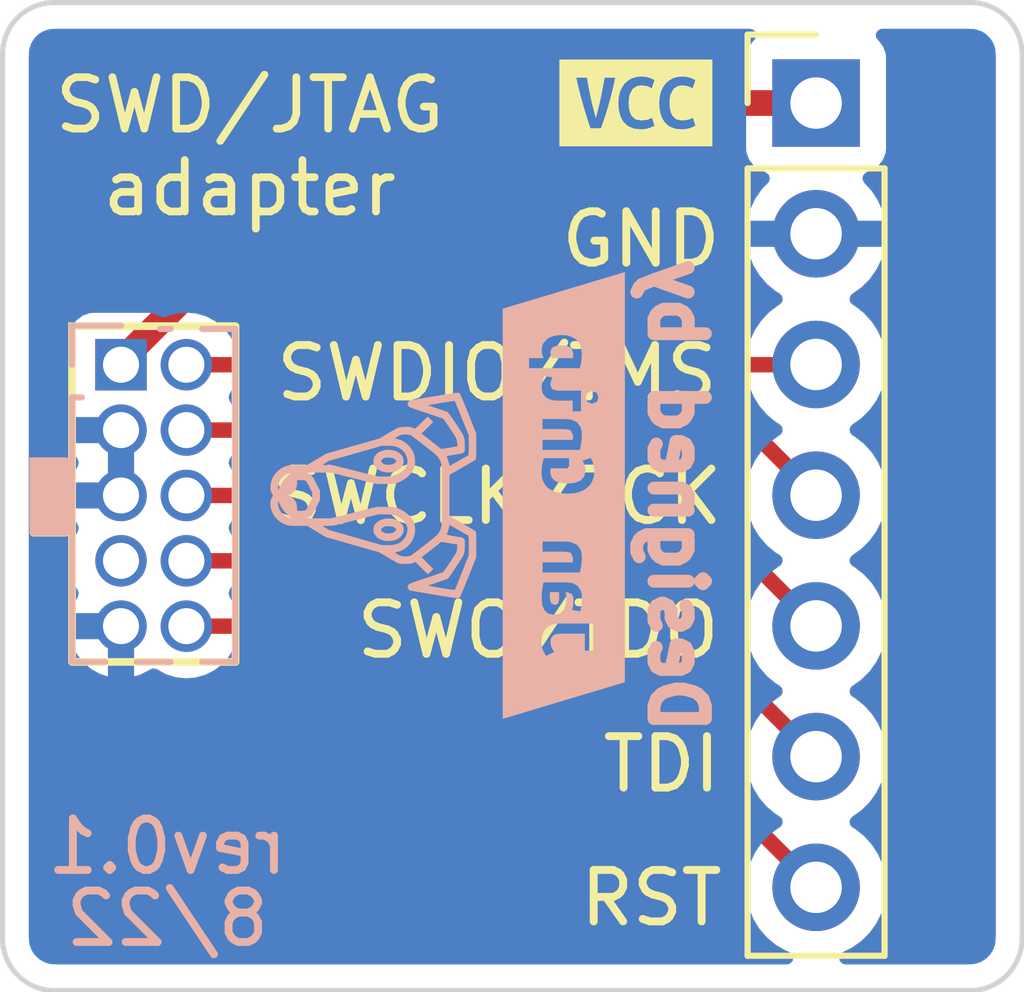
<source format=kicad_pcb>
(kicad_pcb (version 20211014) (generator pcbnew)
  (layers (0 "F.Cu" signal) (31 "B.Cu" power) (34 "B.Paste" user) (35 "F.Paste" user) (36 "B.SilkS" user "B.Silkscreen") (37 "F.SilkS" user "F.Silkscreen") (38 "B.Mask" user) (39 "F.Mask" user) (44 "Edge.Cuts" user))
  (net 0 "")
  (net 1 "VCC")
  (net 2 "/TMS{slash}SWDIO")
  (net 3 "GND")
  (net 4 "/TCLK{slash}SWCLK")
  (net 5 "/TDO{slash}SWO")
  (net 7 "/TDI")
  (net 8 "/RESET")
  (footprint "Connector_PinHeader_2.54mm:PinHeader_1x07_P2.54mm_Vertical" (layer "F.Cu") (at 160.8 92.9525)
    (fp_text reference "J2" hide)
    (fp_text value "Conn_01x07_Male" hide)
    (fp_line (start -1.33 1.27) (end 1.33 1.27) (layer "F.SilkS") (width 0.12))
    (fp_line (start -1.33 -1.33) (end 0 -1.33) (layer "F.SilkS") (width 0.12))
    (fp_line (start -1.33 0) (end -1.33 -1.33) (layer "F.SilkS") (width 0.12))
    (fp_line (start -1.33 16.57) (end 1.33 16.57) (layer "F.SilkS") (width 0.12))
    (fp_line (start -1.33 1.27) (end -1.33 16.57) (layer "F.SilkS") (width 0.12))
    (fp_line (start 1.33 1.27) (end 1.33 16.57) (layer "F.SilkS") (width 0.12))
    (pad "1" thru_hole rect (at 0 0) (size 1.7 1.7) (drill 1) (layers *.Cu *.Mask) (net 1 "VCC"))
    (pad "2" thru_hole oval (at 0 2.54) (size 1.7 1.7) (drill 1) (layers *.Cu *.Mask) (net 3 "GND"))
    (pad "3" thru_hole oval (at 0 5.08) (size 1.7 1.7) (drill 1) (layers *.Cu *.Mask) (net 2 "/TMS{slash}SWDIO"))
    (pad "4" thru_hole oval (at 0 7.62) (size 1.7 1.7) (drill 1) (layers *.Cu *.Mask) (net 4 "/TCLK{slash}SWCLK"))
    (pad "5" thru_hole oval (at 0 10.16) (size 1.7 1.7) (drill 1) (layers *.Cu *.Mask) (net 5 "/TDO{slash}SWO"))
    (pad "6" thru_hole oval (at 0 12.7) (size 1.7 1.7) (drill 1) (layers *.Cu *.Mask) (net 7 "/TDI"))
    (pad "7" thru_hole oval (at 0 15.24) (size 1.7 1.7) (drill 1) (layers *.Cu *.Mask) (net 8 "/RESET"))
  )
  (footprint "kibuzzard-630691B0" (layer "F.Cu") (at 157.3 92.95)
    (fp_text reference "kibuzzard-630691B0" hide)
    (fp_text value "G***" hide)
    (fp_poly (pts (xy -1.1557 -0.843492) (xy -1.486429 -0.843492) (xy -1.486429 0.843492) (xy -1.1557 0.843492) (xy -0.881063 0.843492) (xy -0.881063 0.492125) (xy -0.920353 0.375444) (xy -0.962025 0.244475) (xy -0.990071 0.152488) (xy -1.017058 0.060678) (xy -1.042988 -0.030956) (xy -1.067506 -0.120826) (xy -1.09026 -0.207345) (xy -1.11125 -0.290513) (xy -1.137444 -0.401638) (xy -1.1557 -0.490538) (xy -0.949325 -0.490538) (xy -0.937419 -0.408186) (xy -0.92075 -0.313531) (xy -0.900708 -0.211138) (xy -0.878681 -0.105569) (xy -0.854869 0.000794) (xy -0.829469 0.105569) (xy -0.803473 0.204192) (xy -0.777875 0.2921) (xy -0.752475 0.205383) (xy -0.727075 0.107156) (xy -0.702469 0.002381) (xy -0.67945 -0.103981) (xy -0.658019 -0.209748) (xy -0.638175 -0.312738) (xy -0.620713 -0.407988) (xy -0.606425 -0.490538) (xy -0.401638 -0.490538) (xy -0.42287 -0.389731) (xy -0.448469 -0.277813) (xy -0.478234 -0.157361) (xy -0.511969 -0.030956) (xy -0.536575 0.055827) (xy -0.562769 0.143669) (xy -0.59055 0.232569) (xy -0.619478 0.321028) (xy -0.649111 0.407547) (xy -0.67945 0.492125) (xy -0.881063 0.492125) (xy -0.881063 0.843492) (xy 0.087312 0.843492) (xy 0.087312 0.512762) (xy -0.040393 0.497946) (xy -0.146226 0.453496) (xy -0.230188 0.379412) (xy -0.27811 0.305693) (xy -0.312341 0.217884) (xy -0.332879 0.115987) (xy -0.339725 0) (xy -0.331391 -0.115491) (xy -0.306388 -0.217488) (xy -0.266502 -0.305395) (xy -0.213519 -0.378619) (xy -0.148431 -0.436563) (xy -0.072231 -0.478631) (xy 0.013295 -0.50423) (xy 0.106362 -0.512763) (xy 0.200819 -0.504031) (xy 0.274637 -0.484188) (xy 0.327819 -0.460375) (xy 0.360362 -0.441325) (xy 0.309562 -0.28575) (xy 0.221456 -0.326231) (xy 0.103187 -0.3429) (xy 0.013494 -0.326231) (xy -0.064294 -0.270669) (xy -0.119856 -0.166688) (xy -0.13593 -0.093663) (xy -0.141288 -0.004763) (xy -0.134849 0.09869) (xy -0.115535 0.184679) (xy -0.083344 0.253206) (xy -0.006945 0.320477) (xy 0.106362 0.3429) (xy 0.232569 0.325437) (xy 0.312737 0.290512) (xy 0.36195 0.4445) (xy 0.250031 0.491331) (xy 0.17403 0.507405) (xy 0.087312 0.512762) (xy 0.087312 0.843492) (xy 0.881062 0.843492) (xy 0.881062 0.512762) (xy 0.753357 0.497946) (xy 0.647524 0.453496) (xy 0.563563 0.379412) (xy 0.51564 0.305693) (xy 0.481409 0.217884) (xy 0.460871 0.115987) (xy 0.454025 0) (xy 0.462359 -0.115491) (xy 0.487362 -0.217488) (xy 0.527248 -0.305395) (xy 0.580231 -0.378619) (xy 0.645319 -0.436563) (xy 0.721519 -0.478631) (xy 0.807045 -0.50423) (xy 0.900112 -0.512763) (xy 0.994569 -0.504031) (xy 1.068387 -0.484188) (xy 1.121569 -0.460375) (xy 1.154112 -0.441325) (xy 1.103312 -0.28575) (xy 1.015206 -0.326231) (xy 0.896938 -0.3429) (xy 0.807244 -0.326231) (xy 0.729456 -0.270669) (xy 0.673894 -0.166688) (xy 0.65782 -0.093663) (xy 0.652462 -0.004763) (xy 0.658901 0.09869) (xy 0.678215 0.184679) (xy 0.710406 0.253206) (xy 0.786805 0.320477) (xy 0.900112 0.3429) (xy 1.026319 0.325437) (xy 1.106487 0.290512) (xy 1.1557 0.4445) (xy 1.043781 0.491331) (xy 0.96778 0.507405) (xy 0.881062 0.512762) (xy 0.881062 0.843492) (xy 1.1557 0.843492) (xy 1.486429 0.843492) (xy 1.486429 -0.843492) (xy 1.1557 -0.843492) (xy -1.1557 -0.843492)) (layer "F.SilkS") (width 0) (fill solid))
  )
  (footprint "LOGO" (layer "B.Cu") (at 152.2 100.577493 90)
    (fp_text reference "G***" hide)
    (fp_text value "LOGO" hide)
    (fp_poly (pts (xy 1.584817 1.847601) (xy 1.672833 1.812277) (xy 1.750174 1.780927) (xy 1.81667 1.753625) (xy 1.872149 1.730442) (xy 1.916438 1.711452) (xy 1.949367 1.696727) (xy 1.970763 1.68634) (xy 1.980456 1.680362) (xy 1.980578 1.680237) (xy 1.991463 1.663228) (xy 1.997759 1.643974) (xy 1.997335 1.633665) (xy 1.994839 1.611581) (xy 1.990381 1.578455) (xy 1.984074 1.535022) (xy 1.97603 1.482017) (xy 1.966361 1.420173) (xy 1.955179 1.350226) (xy 1.942596 1.27291) (xy 1.928724 1.18896) (xy 1.924767 1.165225) (xy 1.84842 0.708025) (xy 1.826003 0.687388) (xy 1.807589 0.673306) (xy 1.789684 0.667434) (xy 1.778 0.66675) (xy 1.758028 0.66918) (xy 1.741257 0.678275) (xy 1.730853 0.687388) (xy 1.725821 0.692751) (xy 1.720802 0.699628) (xy 1.715418 0.709031) (xy 1.709289 0.721972) (xy 1.702037 0.739463) (xy 1.693282 0.762518) (xy 1.682646 0.792147) (xy 1.66975 0.829365) (xy 1.654214 0.875182) (xy 1.63566 0.930611) (xy 1.613709 0.996664) (xy 1.603094 1.0287) (xy 1.582722 1.089986) (xy 1.56337 1.147762) (xy 1.545434 1.20088) (xy 1.529308 1.248189) (xy 1.515388 1.28854) (xy 1.504068 1.320784) (xy 1.495744 1.343772) (xy 1.490811 1.356354) (xy 1.489809 1.358305) (xy 1.482704 1.364167) (xy 1.466482 1.375937) (xy 1.442672 1.392593) (xy 1.412799 1.413118) (xy 1.378393 1.436489) (xy 1.34098 1.461688) (xy 1.302089 1.487693) (xy 1.263246 1.513486) (xy 1.22598 1.538046) (xy 1.191817 1.560352) (xy 1.162286 1.579385) (xy 1.138915 1.594125) (xy 1.12323 1.603552) (xy 1.119555 1.605553) (xy 1.101258 1.612727) (xy 1.076911 1.619334) (xy 1.04917 1.625021) (xy 1.020692 1.629436) (xy 0.994134 1.632225) (xy 0.972151 1.633036) (xy 0.9574 1.631516) (xy 0.9525 1.627744) (xy 0.951479 1.620561) (xy 0.948611 1.602626) (xy 0.944187 1.575708) (xy 0.938501 1.541572) (xy 0.931844 1.501986) (xy 0.926776 1.472065) (xy 0.901053 1.320593) (xy 0.93825 1.274659) (xy 0.952678 1.256608) (xy 0.97327 1.23052) (xy 0.998441 1.19842) (xy 1.026607 1.162332) (xy 1.056183 1.124281) (xy 1.076112 1.09855) (xy 1.103998 1.062577) (xy 1.12994 1.029275) (xy 1.152739 1.000172) (xy 1.171193 0.976797) (xy 1.184103 0.960676) (xy 1.189772 0.953874) (xy 1.202766 0.939372) (xy 1.428666 1.16501) (xy 1.479508 1.114467) (xy 1.499831 1.093707) (xy 1.51629 1.075837) (xy 1.52705 1.062919) (xy 1.53035 1.057296) (xy 1.526021 1.051205) (xy 1.513828 1.037459) (xy 1.494961 1.017309) (xy 1.470606 0.992007) (xy 1.441955 0.962804) (xy 1.412741 0.933488) (xy 1.37366 0.894184) (xy 1.343396 0.86289) (xy 1.32142 0.839014) (xy 1.307205 0.821965) (xy 1.300224 0.811152) (xy 1.299481 0.806616) (xy 1.30364 0.796067) (xy 1.310505 0.777393) (xy 1.31865 0.754481) (xy 1.31931 0.752595) (xy 1.32534 0.73438) (xy 1.329463 0.718301) (xy 1.331944 0.701454) (xy 1.333049 0.680932) (xy 1.333043 0.653828) (xy 1.332192 0.617237) (xy 1.332069 0.612895) (xy 1.33066 0.573248) (xy 1.328781 0.543454) (xy 1.326061 0.520666) (xy 1.322126 0.502039) (xy 1.316604 0.484724) (xy 1.314607 0.479425) (xy 1.307535 0.464126) (xy 1.294851 0.439757) (xy 1.277547 0.408099) (xy 1.256614 0.370931) (xy 1.233043 0.330033) (xy 1.207826 0.287185) (xy 1.203187 0.2794) (xy 1.10651 0.117475) (xy 0.958871 -0.40005) (xy 0.811233 -0.917575) (xy 0.700891 -1.101817) (xy 0.59055 -1.286059) (xy 0.59055 -1.451638) (xy 0.590259 -1.512424) (xy 0.589168 -1.562503) (xy 0.586949 -1.60386) (xy 0.583277 -1.63848) (xy 0.577822 -1.668348) (xy 0.570258 -1.695449) (xy 0.560258 -1.721767) (xy 0.547495 -1.749287) (xy 0.538582 -1.766802) (xy 0.510135 -1.811958) (xy 0.472986 -1.856856) (xy 0.430658 -1.897802) (xy 0.386677 -1.931107) (xy 0.37465 -1.938499) (xy 0.315774 -1.967865) (xy 0.257343 -1.986474) (xy 0.195284 -1.995439) (xy 0.161925 -1.996651) (xy 0.130029 -1.996567) (xy 0.107288 -1.995479) (xy 0.090161 -1.992816) (xy 0.075109 -1.988009) (xy 0.058593 -1.980487) (xy 0.05715 -1.979775) (xy 0.036481 -1.969127) (xy 0.019201 -1.959507) (xy 0.011112 -1.954407) (xy -0.000249 -1.949518) (xy -0.011113 -1.954407) (xy -0.02274 -1.961506) (xy -0.04127 -1.971491) (xy -0.05715 -1.979473) (xy -0.093681 -1.991867) (xy -0.137837 -1.998273) (xy -0.185952 -1.998517) (xy -0.23436 -1.992426) (xy -0.251029 -1.988681) (xy -0.323147 -1.964078) (xy -0.388676 -1.92898) (xy -0.446766 -1.884219) (xy -0.496565 -1.830626) (xy -0.537223 -1.769034) (xy -0.56789 -1.700276) (xy -0.577703 -1.66904) (xy -0.581662 -1.653553) (xy -0.584725 -1.637922) (xy -0.587003 -1.620273) (xy -0.588218 -1.603968) (xy -0.437949 -1.603968) (xy -0.435269 -1.62191) (xy -0.427863 -1.646715) (xy -0.41728 -1.674205) (xy -0.405067 -1.700201) (xy -0.39716 -1.71405) (xy -0.364813 -1.754897) (xy -0.323767 -1.790643) (xy -0.277051 -1.819342) (xy -0.227697 -1.839048) (xy -0.190423 -1.846798) (xy -0.160035 -1.848657) (xy -0.133852 -1.847045) (xy -0.115108 -1.842291) (xy -0.112154 -1.840404) (xy 0.105122 -1.840404) (xy 0.126798 -1.846021) (xy 0.158148 -1.849293) (xy 0.195908 -1.84562) (xy 0.236326 -1.835666) (xy 0.275646 -1.820099) (xy 0.277352 -1.819266) (xy 0.327065 -1.788721) (xy 0.369375 -1.750391) (xy 0.396938 -1.714399) (xy 0.409495 -1.69135) (xy 0.421369 -1.664211) (xy 0.431015 -1.637145) (xy 0.436885 -1.614316) (xy 0.437948 -1.603968) (xy 0.436979 -1.596497) (xy 0.433092 -1.597972) (xy 0.424288 -1.609213) (xy 0.423916 -1.609725) (xy 0.406253 -1.63149) (xy 0.381774 -1.658278) (xy 0.353499 -1.687079) (xy 0.324445 -1.714879) (xy 0.297633 -1.738666) (xy 0.282617 -1.750714) (xy 0.228843 -1.786054) (xy 0.169824 -1.816036) (xy 0.136698 -1.829218) (xy 0.105122 -1.840404) (xy -0.112154 -1.840404) (xy -0.109205 -1.83852) (xy -0.111415 -1.83574) (xy -0.11727 -1.83515) (xy -0.1307 -1.832016) (xy -0.152156 -1.823547) (xy -0.178894 -1.811138) (xy -0.208172 -1.796187) (xy -0.237247 -1.780089) (xy -0.263375 -1.764241) (xy -0.282575 -1.75099) (xy -0.306244 -1.731404) (xy -0.334092 -1.705904) (xy -0.363131 -1.677474) (xy -0.390377 -1.649099) (xy -0.412843 -1.623765) (xy -0.423917 -1.609725) (xy -0.432905 -1.598168) (xy -0.436914 -1.596404) (xy -0.437943 -1.603611) (xy -0.437949 -1.603968) (xy -0.588218 -1.603968) (xy -0.588608 -1.598731) (xy -0.589159 -1.584325) (xy -0.4445 -1.584325) (xy -0.441325 -1.5875) (xy -0.43815 -1.584325) (xy -0.441325 -1.58115) (xy -0.4445 -1.584325) (xy -0.589159 -1.584325) (xy -0.589653 -1.571423) (xy -0.59025 -1.536475) (xy -0.590512 -1.492012) (xy -0.590526 -1.47955) (xy -0.300016 -1.47955) (xy -0.255096 -1.47955) (xy -0.198755 -1.482856) (xy -0.151284 -1.493278) (xy -0.110561 -1.51157) (xy -0.074464 -1.538487) (xy -0.065671 -1.546895) (xy -0.047646 -1.568036) (xy -0.030702 -1.593257) (xy -0.016891 -1.618896) (xy -0.008267 -1.641291) (xy -0.006413 -1.652587) (xy -0.004553 -1.662788) (xy -0.000022 -1.662138) (xy 0.005882 -1.651851) (xy 0.01104 -1.636315) (xy 0.027884 -1.596312) (xy 0.036672 -1.584325) (xy 0.43815 -1.584325) (xy 0.441325 -1.5875) (xy 0.4445 -1.584325) (xy 0.441325 -1.58115) (xy 0.43815 -1.584325) (xy 0.036672 -1.584325) (xy 0.055064 -1.559238) (xy 0.090237 -1.527289) (xy 0.13106 -1.502661) (xy 0.168021 -1.489231) (xy 0.194867 -1.48416) (xy 0.226844 -1.480655) (xy 0.252941 -1.47955) (xy 0.300015 -1.47955) (xy 0.297327 -1.404174) (xy 0.29555 -1.368035) (xy 0.292995 -1.342299) (xy 0.28932 -1.324674) (xy 0.284188 -1.31287) (xy 0.283661 -1.312042) (xy 0.272699 -1.301727) (xy 0.25044 -1.287111) (xy 0.216713 -1.26809) (xy 0.171349 -1.244563) (xy 0.164987 -1.241368) (xy 0.057291 -1.18745) (xy -0.057292 -1.18745) (xy -0.164988 -1.241368) (xy -0.211789 -1.265453) (xy -0.246931 -1.28502) (xy -0.270585 -1.300171) (xy -0.282921 -1.311007) (xy -0.283662 -1.312042) (xy -0.288938 -1.323448) (xy -0.292725 -1.340475) (xy -0.295365 -1.365415) (xy -0.297196 -1.400556) (xy -0.297328 -1.404174) (xy -0.300016 -1.47955) (xy -0.590526 -1.47955) (xy -0.590554 -1.454277) (xy -0.590558 -1.285875) (xy -0.699297 -1.1049) (xy -0.808037 -0.923925) (xy -0.956827 -0.403619) (xy -1.105617 0.116686) (xy -1.136648 0.168362) (xy -0.965201 0.168362) (xy -0.818474 -0.345269) (xy -0.671747 -0.858899) (xy -0.593725 -0.987425) (xy -0.586833 -0.771525) (xy -0.477567 -0.338208) (xy -0.3683 0.095108) (xy -0.3683 0.224685) (xy -0.368684 0.277739) (xy -0.370174 0.320685) (xy -0.37328 0.356102) (xy -0.378511 0.386569) (xy -0.386377 0.414663) (xy -0.397387 0.442963) (xy -0.41205 0.474047) (xy -0.421056 0.491719) (xy -0.455451 0.547674) (xy -0.494974 0.593175) (xy -0.538941 0.627807) (xy -0.586668 0.651156) (xy -0.63747 0.662809) (xy -0.690663 0.662351) (xy -0.700798 0.660892) (xy -0.760721 0.64479) (xy -0.815233 0.617675) (xy -0.863021 0.580522) (xy -0.902771 0.534305) (xy -0.927162 0.492975) (xy -0.940072 0.464201) (xy -0.949802 0.435865) (xy -0.956757 0.405493) (xy -0.96134 0.37061) (xy -0.963955 0.328738) (xy -0.965005 0.277403) (xy -0.965075 0.260394) (xy -0.965201 0.168362) (xy -1.136648 0.168362) (xy -1.204005 0.280531) (xy -1.229613 0.323638) (xy -1.253678 0.365015) (xy -1.275227 0.402924) (xy -1.293286 0.435624) (xy -1.306884 0.461374) (xy -1.315047 0.478435) (xy -1.316055 0.480951) (xy -1.321216 0.496189) (xy -1.324922 0.511611) (xy -1.327414 0.529714) (xy -1.328933 0.552998) (xy -1.329722 0.583961) (xy -1.330021 0.625104) (xy -1.330022 0.625475) (xy -1.330031 0.638573) (xy -1.185312 0.638573) (xy -1.184981 0.60265) (xy -1.181771 0.571554) (xy -1.174599 0.540008) (xy -1.162948 0.508841) (xy -1.145304 0.474534) (xy -1.127188 0.444562) (xy -1.109164 0.416048) (xy -1.101393 0.454087) (xy -1.080884 0.523582) (xy -1.049318 0.588482) (xy -1.007879 0.647576) (xy -0.957751 0.699649) (xy -0.900117 0.743491) (xy -0.836163 0.777888) (xy -0.767071 0.801629) (xy -0.760365 0.803266) (xy -0.722982 0.809335) (xy -0.679462 0.812134) (xy -0.63473 0.811669) (xy -0.59371 0.807943) (xy -0.568658 0.803095) (xy -0.509171 0.781276) (xy -0.452102 0.748079) (xy -0.398577 0.704759) (xy -0.349723 0.652573) (xy -0.306666 0.592776) (xy -0.270534 0.526624) (xy -0.242452 0.455374) (xy -0.235294 0.431501) (xy -0.231183 0.415447) (xy -0.228027 0.399398) (xy -0.225703 0.381398) (xy -0.224088 0.359492) (xy -0.22306 0.331727) (xy -0.222496 0.296148) (xy -0.222273 0.2508) (xy -0.22225 0.223896) (xy -0.22225 0.063362) (xy -0.333375 -0.381) (xy -0.4445 -0.825361) (xy -0.444076 -1.068318) (xy -0.443921 -1.130338) (xy -0.443668 -1.180634) (xy -0.443278 -1.22018) (xy -0.442712 -1.249951) (xy -0.44193 -1.270921) (xy -0.440893 -1.284067) (xy -0.439562 -1.290362) (xy -0.437898 -1.290783) (xy -0.435861 -1.286303) (xy -0.43536 -1.284758) (xy -0.426478 -1.261729) (xy -0.415372 -1.23943) (xy -0.413517 -1.236316) (xy -0.400093 -1.217221) (xy -0.383623 -1.199378) (xy -0.362604 -1.181738) (xy -0.335529 -1.163256) (xy -0.300895 -1.142884) (xy -0.257197 -1.119575) (xy -0.215406 -1.098459) (xy -0.087823 -1.03505) (xy 0.08787 -1.03505) (xy 0.220147 -1.100875) (xy 0.264649 -1.12323) (xy 0.299343 -1.141241) (xy 0.325931 -1.155933) (xy 0.346118 -1.168331) (xy 0.361603 -1.179458) (xy 0.374091 -1.19034) (xy 0.381725 -1.198106) (xy 0.403297 -1.222612) (xy 0.417959 -1.24352) (xy 0.428525 -1.265407) (xy 0.435658 -1.285875) (xy 0.437714 -1.290806) (xy 0.439403 -1.290657) (xy 0.440763 -1.284473) (xy 0.44183 -1.2713) (xy 0.442643 -1.250184) (xy 0.443237 -1.220169) (xy 0.443649 -1.180303) (xy 0.443917 -1.129629) (xy 0.444075 -1.068318) (xy 0.4445 -0.825361) (xy 0.333375 -0.381) (xy 0.22225 0.063362) (xy 0.22225 0.095112) (xy 0.3683 0.095112) (xy 0.479425 -0.34925) (xy 0.59055 -0.793611) (xy 0.59055 -0.88893) (xy 0.590721 -0.922091) (xy 0.591195 -0.950235) (xy 0.591907 -0.971169) (xy 0.592794 -0.982698) (xy 0.593286 -0.98425) (xy 0.597444 -0.97915) (xy 0.606694 -0.965291) (xy 0.61964 -0.944828) (xy 0.633884 -0.921574) (xy 0.671746 -0.858899) (xy 0.818473 -0.345269) (xy 0.9652 0.168362) (xy 0.965074 0.260394) (xy 0.964402 0.314936) (xy 0.962282 0.359297) (xy 0.958311 0.395952) (xy 0.952086 0.427377) (xy 0.943202 0.456048) (xy 0.931256 0.484441) (xy 0.927161 0.492975) (xy 0.894528 0.545517) (xy 0.852789 0.589789) (xy 0.80321 0.624849) (xy 0.747058 0.64976) (xy 0.700403 0.661387) (xy 0.647971 0.664302) (xy 0.597654 0.655109) (xy 0.550075 0.634311) (xy 0.505853 0.602412) (xy 0.465609 0.559915) (xy 0.429964 0.507324) (xy 0.399539 0.445142) (xy 0.384662 0.405281) (xy 0.379112 0.388074) (xy 0.37498 0.372637) (xy 0.372058 0.356688) (xy 0.370138 0.337941) (xy 0.369011 0.314113) (xy 0.36847 0.28292) (xy 0.368306 0.242076) (xy 0.3683 0.225824) (xy 0.3683 0.095112) (xy 0.22225 0.095112) (xy 0.22225 0.224022) (xy 0.222418 0.279575) (xy 0.223112 0.324526) (xy 0.224617 0.360974) (xy 0.227218 0.391015) (xy 0.231199 0.416746) (xy 0.236845 0.440263) (xy 0.244441 0.463664) (xy 0.254272 0.489046) (xy 0.260172 0.503272) (xy 0.29449 0.572464) (xy 0.336112 0.6352) (xy 0.38383 0.690305) (xy 0.436435 0.736605) (xy 0.492719 0.772924) (xy 0.551473 0.798089) (xy 0.568657 0.803095) (xy 0.60397 0.809258) (xy 0.646634 0.812118) (xy 0.691734 0.811673) (xy 0.734356 0.807923) (xy 0.76093 0.803134) (xy 0.830229 0.780475) (xy 0.894579 0.746967) (xy 0.95278 0.703844) (xy 1.003633 0.652334) (xy 1.045936 0.59367) (xy 1.07849 0.529082) (xy 1.100094 0.459801) (xy 1.101314 0.454087) (xy 1.109163 0.416048) (xy 1.127187 0.444562) (xy 1.15033 0.483545) (xy 1.166344 0.516743) (xy 1.17674 0.547676) (xy 1.18177 0.571554) (xy 1.185072 0.604454) (xy 1.185248 0.640439) (xy 1.18259 0.675551) (xy 1.17739 0.705831) (xy 1.170372 0.726491) (xy 1.164512 0.735394) (xy 1.151643 0.753217) (xy 1.132584 0.778878) (xy 1.108153 0.811297) (xy 1.079169 0.849393) (xy 1.046451 0.892084) (xy 1.010818 0.93829) (xy 0.975576 0.983729) (xy 0.928944 1.043545) (xy 0.889125 1.094174) (xy 0.855248 1.136541) (xy 0.826443 1.171571) (xy 0.801838 1.200187) (xy 0.780562 1.223315) (xy 0.761744 1.241879) (xy 0.744512 1.256803) (xy 0.727996 1.269013) (xy 0.711325 1.279432) (xy 0.693627 1.288985) (xy 0.682941 1.294302) (xy 0.669347 1.300867) (xy 0.656587 1.306655) (xy 0.643807 1.311714) (xy 0.630155 1.316095) (xy 0.614778 1.319844) (xy 0.596821 1.323013) (xy 0.575432 1.325649) (xy 0.549757 1.327802) (xy 0.518943 1.32952) (xy 0.482138 1.330852) (xy 0.438487 1.331848) (xy 0.387137 1.332557) (xy 0.327236 1.333027) (xy 0.257929 1.333307) (xy 0.178364 1.333447) (xy 0.087688 1.333495) (xy 0 1.333501) (xy -0.10083 1.333492) (xy -0.189815 1.333434) (xy -0.267809 1.333278) (xy -0.335668 1.332977) (xy -0.394247 1.332483) (xy -0.444399 1.331746) (xy -0.486981 1.33072) (xy -0.522847 1.329355) (xy -0.552852 1.327604) (xy -0.577851 1.325419) (xy -0.598698 1.322752) (xy -0.616249 1.319554) (xy -0.631358 1.315777) (xy -0.64488 1.311373) (xy -0.657671 1.306295) (xy -0.670585 1.300494) (xy -0.681974 1.295111) (xy -0.700468 1.285906) (xy -0.717543 1.276227) (xy -0.734065 1.265159) (xy -0.750895 1.251785) (xy -0.7689 1.235189) (xy -0.788941 1.214455) (xy -0.811884 1.188668) (xy -0.838591 1.15691) (xy -0.869927 1.118266) (xy -0.906756 1.07182) (xy -0.94994 1.016655) (xy -0.975577 0.983729) (xy -1.013197 0.935215) (xy -1.048666 0.889204) (xy -1.081167 0.846778) (xy -1.109881 0.809016) (xy -1.133989 0.777002) (xy -1.152673 0.751815) (xy -1.165113 0.734537) (xy -1.170373 0.726491) (xy -1.177716 0.704452) (xy -1.182793 0.673827) (xy -1.185312 0.638573) (xy -1.330031 0.638573) (xy -1.330048 0.665213) (xy -1.329669 0.694791) (xy -1.328587 0.716749) (xy -1.326501 0.733625) (xy -1.323114 0.747961) (xy -1.318125 0.762295) (xy -1.312183 0.776898) (xy -1.294041 0.820371) (xy -1.410608 0.937343) (xy -1.442028 0.968988) (xy -1.470365 0.99775) (xy -1.494415 1.022389) (xy -1.512975 1.041665) (xy -1.524839 1.054338) (xy -1.5288 1.059082) (xy -1.525215 1.065187) (xy -1.514252 1.078147) (xy -1.497666 1.095991) (xy -1.479546 1.11443) (xy -1.428667 1.16501) (xy -1.314641 1.051115) (xy -1.283617 1.020323) (xy -1.255625 0.992912) (xy -1.231881 0.970044) (xy -1.213602 0.95288) (xy -1.202006 0.942582) (xy -1.198308 0.940098) (xy -1.193982 0.945678) (xy -1.1829 0.960018) (xy -1.166065 0.981821) (xy -1.144478 1.009789) (xy -1.11914 1.042625) (xy -1.091052 1.079033) (xy -1.085793 1.08585) (xy -1.055074 1.12559) (xy -1.024856 1.164522) (xy -0.996599 1.200781) (xy -0.971757 1.232501) (xy -0.95179 1.257818) (xy -0.938508 1.274429) (xy -0.901431 1.320132) (xy -0.926966 1.472397) (xy -0.934056 1.514823) (xy -0.94039 1.552997) (xy -0.94568 1.585165) (xy -0.949639 1.609573) (xy -0.951979 1.624466) (xy -0.9525 1.628306) (xy -0.958301 1.630847) (xy -0.973728 1.631807) (xy -0.995817 1.631276) (xy -1.021603 1.629342) (xy -1.048124 1.626094) (xy -1.05328 1.62529) (xy -1.079798 1.619499) (xy -1.105649 1.611467) (xy -1.119955 1.605453) (xy -1.13174 1.598617) (xy -1.152043 1.585899) (xy -1.179286 1.568357) (xy -1.211891 1.547049) (xy -1.24828 1.523031) (xy -1.286873 1.497362) (xy -1.326094 1.471099) (xy -1.364362 1.445298) (xy -1.400101 1.421018) (xy -1.431731 1.399315) (xy -1.457675 1.381248) (xy -1.476353 1.367874) (xy -1.486189 1.360249) (xy -1.486745 1.359726) (xy -1.490673 1.351858) (xy -1.49813 1.333072) (xy -1.508709 1.304526) (xy -1.522002 1.267377) (xy -1.537603 1.222783) (xy -1.555105 1.1719) (xy -1.5741 1.115887) (xy -1.594181 1.055899) (xy -1.603204 1.0287) (xy -1.626713 0.957751) (xy -1.646665 0.897863) (xy -1.663438 0.848025) (xy -1.677412 0.807224) (xy -1.688964 0.774447) (xy -1.698474 0.748682) (xy -1.706319 0.728917) (xy -1.71288 0.714139) (xy -1.718534 0.703335) (xy -1.723661 0.695493) (xy -1.728638 0.689601) (xy -1.730854 0.687388) (xy -1.755911 0.67032) (xy -1.7818 0.665863) (xy -1.807853 0.674017) (xy -1.826004 0.687388) (xy -1.848421 0.708025) (xy -1.924768 1.165225) (xy -1.939409 1.253485) (xy -1.952647 1.334474) (xy -1.964383 1.407547) (xy -1.974519 1.472061) (xy -1.982958 1.52737) (xy -1.989601 1.57283) (xy -1.990873 1.582196) (xy -1.836451 1.582196) (xy -1.836338 1.575357) (xy -1.834325 1.557675) (xy -1.830672 1.53075) (xy -1.825638 1.496182) (xy -1.819485 1.455573) (xy -1.812472 1.410521) (xy -1.80486 1.362626) (xy -1.796909 1.31349) (xy -1.788879 1.264712) (xy -1.781032 1.217893) (xy -1.773626 1.174631) (xy -1.766923 1.136529) (xy -1.761182 1.105185) (xy -1.756665 1.0822) (xy -1.753631 1.069174) (xy -1.752605 1.0668) (xy -1.749855 1.072591) (xy -1.743647 1.088997) (xy -1.73449 1.114568) (xy -1.722892 1.147853) (xy -1.70936 1.187404) (xy -1.694404 1.23177) (xy -1.686999 1.253957) (xy -1.671197 1.300834) (xy -1.656181 1.344214) (xy -1.642529 1.382513) (xy -1.63082 1.414149) (xy -1.621634 1.437537) (xy -1.615548 1.451095) (xy -1.614055 1.453479) (xy -1.605922 1.460271) (xy -1.588541 1.472993) (xy -1.563337 1.4907) (xy -1.531738 1.512444) (xy -1.495171 1.537278) (xy -1.455064 1.564256) (xy -1.412843 1.59243) (xy -1.369935 1.620855) (xy -1.327769 1.648582) (xy -1.287771 1.674666) (xy -1.251368 1.69816) (xy -1.219987 1.718116) (xy -1.195057 1.733588) (xy -1.178002 1.743629) (xy -1.172132 1.746659) (xy -1.142652 1.75839) (xy -1.113223 1.766945) (xy -1.081064 1.772747) (xy -1.043393 1.776221) (xy -0.997426 1.777793) (xy -0.966948 1.778) (xy -0.863414 1.778) (xy -0.840995 1.757363) (xy -0.818576 1.736725) (xy -0.792391 1.579295) (xy -0.783123 1.525307) (xy -0.775158 1.482546) (xy -0.768567 1.451343) (xy -0.763418 1.432026) (xy -0.759784 1.424926) (xy -0.759341 1.424949) (xy -0.691162 1.452344) (xy -0.630768 1.469774) (xy -0.622012 1.471603) (xy -0.573496 1.481161) (xy -0.674852 1.659743) (xy -0.699665 1.703362) (xy -0.72267 1.743615) (xy -0.743071 1.779122) (xy -0.76007 1.808503) (xy -0.77287 1.830377) (xy -0.780674 1.843364) (xy -0.782582 1.846263) (xy -0.787704 1.848692) (xy -0.799448 1.850616) (xy -0.818881 1.852078) (xy -0.847066 1.853123) (xy -0.88507 1.853794) (xy -0.933956 1.854135) (xy -0.975477 1.854201) (xy -1.161998 1.854201) (xy -1.496987 1.720339) (xy -1.5588 1.695595) (xy -1.617075 1.672186) (xy -1.670743 1.650545) (xy -1.718738 1.631106) (xy -1.759994 1.614304) (xy -1.793442 1.600572) (xy -1.818016 1.590346) (xy -1.832648 1.584059) (xy -1.836451 1.582196) (xy -1.990873 1.582196) (xy -1.99435 1.607796) (xy -1.997107 1.631623) (xy -1.997773 1.643667) (xy -1.997705 1.644309) (xy -1.991021 1.663972) (xy -1.97981 1.680373) (xy -1.97113 1.685458) (xy -1.951411 1.694821) (xy -1.921447 1.708128) (xy -1.882034 1.725044) (xy -1.833964 1.745235) (xy -1.778033 1.768368) (xy -1.715035 1.794108) (xy -1.645764 1.822121) (xy -1.582715 1.847402) (xy -1.200104 2.00025) (xy -0.960415 2.000227) (xy -0.898541 2.000184) (xy -0.848079 2.000031) (xy -0.80774 1.999708) (xy -0.776237 1.999157) (xy -0.752282 1.998319) (xy -0.734586 1.997136) (xy -0.721861 1.995548) (xy -0.712818 1.993496) (xy -0.706171 1.990923) (xy -0.701675 1.988427) (xy -0.695135 1.982485) (xy -0.685799 1.970711) (xy -0.673206 1.952356) (xy -0.656895 1.926674) (xy -0.636404 1.892915) (xy -0.611269 1.850333) (xy -0.581031 1.798179) (xy -0.545226 1.735705) (xy -0.540887 1.7281) (xy -0.399149 1.47955) (xy 0.399148 1.47955) (xy 0.400075 1.481175) (xy 0.573421 1.481175) (xy 0.621974 1.47161) (xy 0.681144 1.455746) (xy 0.748064 1.429934) (xy 0.75934 1.424949) (xy 0.76272 1.430028) (xy 0.767627 1.447377) (xy 0.773988 1.476667) (xy 0.781734 1.517567) (xy 0.790794 1.569749) (xy 0.79239 1.579295) (xy 0.818575 1.736725) (xy 0.840994 1.757363) (xy 0.863413 1.778) (xy 0.966947 1.778) (xy 1.018591 1.777322) (xy 1.060405 1.774996) (xy 1.095198 1.77059) (xy 1.125782 1.763669) (xy 1.154967 1.753801) (xy 1.173245 1.746166) (xy 1.188539 1.738174) (xy 1.211912 1.72437) (xy 1.241978 1.705691) (xy 1.277356 1.683073) (xy 1.316659 1.657452) (xy 1.358505 1.629764) (xy 1.40151 1.600945) (xy 1.444291 1.571931) (xy 1.485462 1.543657) (xy 1.52364 1.517061) (xy 1.557443 1.493078) (xy 1.585484 1.472644) (xy 1.606382 1.456696) (xy 1.618752 1.446168) (xy 1.621426 1.443014) (xy 1.625631 1.432668) (xy 1.633209 1.411934) (xy 1.643578 1.382492) (xy 1.656154 1.34602) (xy 1.670353 1.3042) (xy 1.685593 1.258711) (xy 1.689754 1.246188) (xy 1.704833 1.201052) (xy 1.718728 1.160081) (xy 1.73092 1.124755) (xy 1.740891 1.096556) (xy 1.74812 1.076967) (xy 1.75209 1.067468) (xy 1.7526 1.0668) (xy 1.754328 1.072848) (xy 1.757869 1.090116) (xy 1.762985 1.11729) (xy 1.769442 1.153057) (xy 1.777004 1.196101) (xy 1.785435 1.24511) (xy 1.794499 1.29877) (xy 1.798435 1.322358) (xy 1.807521 1.377758) (xy 1.815723 1.429246) (xy 1.822846 1.475478) (xy 1.828694 1.515112) (xy 1.833071 1.546806) (xy 1.835781 1.569216) (xy 1.836628 1.581001) (xy 1.836392 1.582448) (xy 1.829814 1.585583) (xy 1.812507 1.592982) (xy 1.785539 1.604208) (xy 1.749981 1.618826) (xy 1.7069 1.636398) (xy 1.657365 1.656489) (xy 1.602447 1.678662) (xy 1.543212 1.702481) (xy 1.498024 1.720591) (xy 1.16419 1.8542) (xy 0.976572 1.8542) (xy 0.919205 1.854066) (xy 0.873473 1.853635) (xy 0.838313 1.852864) (xy 0.812664 1.851709) (xy 0.795462 1.850126) (xy 0.785645 1.848072) (xy 0.782541 1.846263) (xy 0.77794 1.838972) (xy 0.767887 1.822005) (xy 0.75318 1.796742) (xy 0.734618 1.764565) (xy 0.712998 1.726853) (xy 0.689117 1.684987) (xy 0.674774 1.65975) (xy 0.573421 1.481175) (xy 0.400075 1.481175) (xy 0.540886 1.7281) (xy 0.577338 1.791766) (xy 0.608172 1.845028) (xy 0.63385 1.888637) (xy 0.654834 1.923338) (xy 0.671586 1.94988) (xy 0.684569 1.969011) (xy 0.694244 1.981479) (xy 0.701072 1.988031) (xy 0.701675 1.988427) (xy 0.707312 1.991456) (xy 0.714302 1.993919) (xy 0.723929 1.995873) (xy 0.737476 1.997379) (xy 0.756226 1.998492) (xy 0.781465 1.999273) (xy 0.814476 1.999778) (xy 0.856542 2.000067) (xy 0.908947 2.000197) (xy 0.961802 2.000227) (xy 1.20288 2.00025)) (layer "B.SilkS") (width 0) (fill solid))
    (fp_poly (pts (xy -0.659242 0.589414) (xy -0.65914 0.589408) (xy -0.617801 0.584126) (xy -0.583757 0.572101) (xy -0.552593 0.551362) (xy -0.532306 0.532792) (xy -0.496078 0.487855) (xy -0.469402 0.435138) (xy -0.452589 0.375572) (xy -0.445952 0.31009) (xy -0.446503 0.276225) (xy -0.454638 0.211822) (xy -0.471567 0.153876) (xy -0.496718 0.10342) (xy -0.529518 0.061491) (xy -0.569395 0.029121) (xy -0.589313 0.018038) (xy -0.623415 0.006717) (xy -0.66269 0.00183) (xy -0.701584 0.003687) (xy -0.728769 0.010263) (xy -0.752425 0.022717) (xy -0.779376 0.042728) (xy -0.806089 0.067146) (xy -0.829031 0.092819) (xy -0.841574 0.110891) (xy -0.864706 0.159234) (xy -0.879505 0.212176) (xy -0.886805 0.272756) (xy -0.886998 0.276225) (xy -0.886834 0.284328) (xy -0.737284 0.284328) (xy -0.735611 0.253579) (xy -0.733002 0.237921) (xy -0.722172 0.206124) (xy -0.707098 0.179865) (xy -0.689479 0.16134) (xy -0.671015 0.152743) (xy -0.66675 0.1524) (xy -0.649967 0.157082) (xy -0.63685 0.166688) (xy -0.617758 0.194099) (xy -0.603459 0.227323) (xy -0.600527 0.237806) (xy -0.59691 0.264677) (xy -0.596325 0.298258) (xy -0.598536 0.332994) (xy -0.603309 0.363329) (xy -0.606291 0.374246) (xy -0.61665 0.396971) (xy -0.631061 0.418155) (xy -0.646925 0.434755) (xy -0.661642 0.443725) (xy -0.666258 0.4445) (xy -0.679493 0.439198) (xy -0.695171 0.425332) (xy -0.710623 0.405965) (xy -0.72318 0.384159) (xy -0.72704 0.374752) (xy -0.73277 0.350159) (xy -0.73626 0.31827) (xy -0.737284 0.284328) (xy -0.886834 0.284328) (xy -0.885677 0.341593) (xy -0.874963 0.401969) (xy -0.855408 0.456197) (xy -0.827563 0.503121) (xy -0.791977 0.541584) (xy -0.749203 0.57043) (xy -0.746186 0.571944) (xy -0.72297 0.582639) (xy -0.704621 0.588337) (xy -0.685318 0.590206)) (layer "B.SilkS") (width 0) (fill solid))
    (fp_poly (pts (xy 0.674258 0.589414) (xy 0.67436 0.589408) (xy 0.715699 0.584126) (xy 0.749743 0.572101) (xy 0.780907 0.551362) (xy 0.801194 0.532792) (xy 0.837422 0.487855) (xy 0.864098 0.435138) (xy 0.880911 0.375572) (xy 0.887548 0.31009) (xy 0.886997 0.276225) (xy 0.878862 0.211822) (xy 0.861933 0.153876) (xy 0.836782 0.10342) (xy 0.803982 0.061491) (xy 0.764105 0.029121) (xy 0.744187 0.018038) (xy 0.710085 0.006717) (xy 0.67081 0.00183) (xy 0.631916 0.003687) (xy 0.604731 0.010263) (xy 0.581075 0.022717) (xy 0.554124 0.042728) (xy 0.527411 0.067146) (xy 0.504469 0.092819) (xy 0.491926 0.110891) (xy 0.468794 0.159234) (xy 0.453995 0.212176) (xy 0.446695 0.272756) (xy 0.446502 0.276225) (xy 0.446666 0.284328) (xy 0.596216 0.284328) (xy 0.597889 0.253579) (xy 0.600498 0.237921) (xy 0.611328 0.206124) (xy 0.626402 0.179865) (xy 0.644021 0.16134) (xy 0.662485 0.152743) (xy 0.66675 0.1524) (xy 0.683533 0.157082) (xy 0.69665 0.166688) (xy 0.715742 0.194099) (xy 0.730041 0.227323) (xy 0.732973 0.237806) (xy 0.73659 0.264677) (xy 0.737175 0.298258) (xy 0.734964 0.332994) (xy 0.730191 0.363329) (xy 0.727209 0.374246) (xy 0.71685 0.396971) (xy 0.702439 0.418155) (xy 0.686575 0.434755) (xy 0.671858 0.443725) (xy 0.667242 0.4445) (xy 0.654007 0.439198) (xy 0.638329 0.425332) (xy 0.622877 0.405965) (xy 0.61032 0.384159) (xy 0.60646 0.374752) (xy 0.60073 0.350159) (xy 0.59724 0.31827) (xy 0.596216 0.284328) (xy 0.446666 0.284328) (xy 0.447823 0.341593) (xy 0.458537 0.401969) (xy 0.478092 0.456197) (xy 0.505937 0.503121) (xy 0.541523 0.541584) (xy 0.584297 0.57043) (xy 0.587314 0.571944) (xy 0.61053 0.582639) (xy 0.628879 0.588337) (xy 0.648182 0.590206)) (layer "B.SilkS") (width 0) (fill solid))
  )
  (footprint "Connector_PinSocket_1.27mm:PinSocket_2x05_P1.27mm_Vertical" (layer "B.Cu") (at 147.3 98.0375 180)
    (fp_text reference "J1" hide)
    (fp_text value "Conn_02x05_Odd_Even" hide)
    (fp_line (start 0.95 0.76) (end 0.95 0) (layer "B.SilkS") (width 0.12))
    (fp_line (start -0.96247 0.695) (end -0.76 0.695) (layer "B.SilkS") (width 0.12))
    (fp_line (start 0.30753 -5.775) (end 0.95 -5.775) (layer "B.SilkS") (width 0.12))
    (fp_line (start -2.22 0.695) (end -2.22 -5.775) (layer "B.SilkS") (width 0.12))
    (fp_line (start 0.95 -0.635) (end 0.95 -5.775) (layer "B.SilkS") (width 0.12))
    (fp_line (start -2.22 -5.775) (end -1.57753 -5.775) (layer "B.SilkS") (width 0.12))
    (fp_line (start 0 0.76) (end 0.95 0.76) (layer "B.SilkS") (width 0.12))
    (fp_line (start 0.76 -0.635) (end 0.95 -0.635) (layer "B.SilkS") (width 0.12))
    (fp_line (start -2.22 0.695) (end -1.57753 0.695) (layer "B.SilkS") (width 0.12))
    (fp_line (start -0.96247 -5.775) (end -0.30753 -5.775) (layer "B.SilkS") (width 0.12))
    (pad "1" thru_hole rect (at 0 0 180) (size 1 1) (drill 0.7) (layers *.Cu *.Mask) (net 1 "VCC"))
    (pad "2" thru_hole oval (at -1.27 0 180) (size 1 1) (drill 0.7) (layers *.Cu *.Mask) (net 2 "/TMS{slash}SWDIO"))
    (pad "3" thru_hole oval (at 0 -1.27 180) (size 1 1) (drill 0.7) (layers *.Cu *.Mask) (net 3 "GND"))
    (pad "4" thru_hole oval (at -1.27 -1.27 180) (size 1 1) (drill 0.7) (layers *.Cu *.Mask) (net 4 "/TCLK{slash}SWCLK"))
    (pad "5" thru_hole oval (at 0 -2.54 180) (size 1 1) (drill 0.7) (layers *.Cu *.Mask) (net 3 "GND"))
    (pad "6" thru_hole oval (at -1.27 -2.54 180) (size 1 1) (drill 0.7) (layers *.Cu *.Mask) (net 5 "/TDO{slash}SWO"))
    (pad "7" thru_hole oval (at 0 -3.81 180) (size 1 1) (drill 0.7) (layers *.Cu *.Mask))
    (pad "8" thru_hole oval (at -1.27 -3.81 180) (size 1 1) (drill 0.7) (layers *.Cu *.Mask) (net 7 "/TDI"))
    (pad "9" thru_hole oval (at 0 -5.08 180) (size 1 1) (drill 0.7) (layers *.Cu *.Mask) (net 3 "GND"))
    (pad "10" thru_hole oval (at -1.27 -5.08 180) (size 1 1) (drill 0.7) (layers *.Cu *.Mask) (net 8 "/RESET"))
  )
  (footprint "kibuzzard-62A19C5B" (layer "B.Cu") (at 155.9 100.5775 90)
    (fp_text reference "kibuzzard-62A19C5B" hide)
    (fp_text value "G***" hide)
    (fp_poly (pts (xy -3.117056 1.186524) (xy -3.013869 0.570706) (xy -2.488406 0.570706) (xy -2.008981 0.353219) (xy -1.924645 0.347861) (xy -1.855788 0.331788) (xy -1.758156 0.271463) (xy -1.496219 0.310356) (xy -1.43768 0.324247) (xy -1.366838 0.337344) (xy -1.28647 0.346869) (xy -1.199356 0.350044) (xy -1.117997 0.343892) (xy -1.051719 0.325438) (xy -0.95885 0.255588) (xy 0.067469 0.301625) (xy 0.106759 0.38993) (xy 0.157956 0.462756) (xy 0.220266 0.519708) (xy 0.292894 0.560388) (xy 0.373459 0.584795) (xy 0.459581 0.592931) (xy 0.561975 0.5842) (xy 0.640556 0.564356) (xy 0.695325 0.540544) (xy 0.727869 0.521494) (xy 0.677069 0.365919) (xy 0.591344 0.405606) (xy 0.486569 0.423069) (xy 0.369094 0.397669) (xy 0.290513 0.327025) (xy 0.246063 0.219075) (xy 0.885031 0.310356) (xy 0.94357 0.324247) (xy 1.014412 0.337344) (xy 1.09478 0.346869) (xy 1.181894 0.350044) (xy 1.263253 0.343892) (xy 1.329531 0.325438) (xy 1.4224 0.255588) (xy 1.470819 0.147638) (xy 1.481534 0.081558) (xy 1.485106 0.008731) (xy 1.485106 -0.411956) (xy 1.289844 -0.411956) (xy 1.289844 -0.016669) (xy 1.283891 0.073422) (xy 1.266031 0.134144) (xy 1.169194 0.180181) (xy 1.125538 0.178594) (xy 1.080294 0.173831) (xy 1.080294 -0.411956) (xy 0.885031 -0.411956) (xy 0.885031 0.310356) (xy 0.246063 0.219075) (xy 0.235942 0.152995) (xy 0.232569 0.080169) (xy 0.238742 -0.026988) (xy 0.257263 -0.113506) (xy 0.288131 -0.179388) (xy 0.356791 -0.241895) (xy 0.451644 -0.262731) (xy 0.489744 -0.261144) (xy 0.527844 -0.256381) (xy 0.527844 0.102394) (xy 0.723106 0.102394) (xy 0.723106 -0.388144) (xy 0.614363 -0.416719) (xy 0.532805 -0.428625) (xy 0.435769 -0.432594) (xy 0.348258 -0.424458) (xy 0.269875 -0.40005) (xy 0.201414 -0.359569) (xy 0.143669 -0.303213) (xy 0.097234 -0.230981) (xy 0.062706 -0.142875) (xy 0.041275 -0.039092) (xy 0.034131 0.080169) (xy 0.042466 0.198239) (xy 0.067469 0.301625) (xy -0.95885 0.255588) (xy -0.910431 0.147638) (xy -0.899716 0.081558) (xy -0.896144 0.008731) (xy -0.896144 -0.411956) (xy -1.091406 -0.411956) (xy -1.091406 -0.016669) (xy -1.097359 0.073422) (xy -1.115219 0.134144) (xy -1.212056 0.180181) (xy -1.255713 0.178594) (xy -1.300956 0.173831) (xy -1.300956 -0.411956) (xy -1.496219 -0.411956) (xy -1.496219 0.310356) (xy -1.758156 0.271463) (xy -1.705769 0.176213) (xy -1.689894 0.050006) (xy -1.689894 -0.394494) (xy -1.816894 -0.416719) (xy -1.906191 -0.426244) (xy -2.005806 -0.429419) (xy -2.135188 -0.416719) (xy -2.234406 -0.37465) (xy -2.297906 -0.29845) (xy -2.320131 -0.183356) (xy -2.294731 -0.073819) (xy -2.226469 -0.002381) (xy -2.128044 0.036513) (xy -2.012156 0.048419) (xy -1.940322 0.045244) (xy -1.877219 0.035719) (xy -1.877219 0.059531) (xy -1.912144 0.1524) (xy -1.959769 0.18038) (xy -2.032794 0.189706) (xy -2.13995 0.181769) (xy -2.223294 0.162719) (xy -2.250281 0.319881) (xy -2.147094 0.3429) (xy -2.079228 0.350639) (xy -2.008981 0.353219) (xy -2.488406 0.570706) (xy -2.488406 -0.083344) (xy -2.49297 -0.152797) (xy -2.506663 -0.218281) (xy -2.566988 -0.329406) (xy -2.615208 -0.37207) (xy -2.675731 -0.404813) (xy -2.74955 -0.425648) (xy -2.837656 -0.432594) (xy -2.929334 -0.426244) (xy -3.004344 -0.407194) (xy -3.117056 -0.345281) (xy -3.042444 -0.189706) (xy -2.954338 -0.238919) (xy -2.855119 -0.262731) (xy -2.786261 -0.252611) (xy -2.732088 -0.22225) (xy -2.696964 -0.164505) (xy -2.685256 -0.072231) (xy -2.685256 0.408781) (xy -3.013869 0.408781) (xy -3.013869 0.570706) (xy -3.117056 1.186524) (xy -3.629686 1.186524) (xy -4.341601 -1.186524) (xy 2.038945 -0.423863) (xy 1.9812 -0.407194) (xy 1.89865 -0.3429) (xy 1.854994 -0.240506) (xy 1.845469 -0.175816) (xy 1.842294 -0.102394) (xy 1.842294 0.172244) (xy 1.635919 0.172244) (xy 1.635919 0.334169) (xy 2.037556 0.334169) (xy 2.037556 -0.127794) (xy 2.062163 -0.227013) (xy 2.143919 -0.259556) (xy 2.209006 -0.252412) (xy 2.294731 -0.223044) (xy 2.320131 -0.380206) (xy 2.206625 -0.4191) (xy 2.108994 -0.429419) (xy 2.038945 -0.423863) (xy -4.341601 -1.186524) (xy -3.629686 -1.186524) (xy -3.117056 -1.186524) (xy 3.117056 -1.186524) (xy 3.117056 -0.038894) (xy 3.112294 -0.121245) (xy 3.098006 -0.19685) (xy 3.074591 -0.263922) (xy 3.042444 -0.320675) (xy 2.950369 -0.400844) (xy 2.890441 -0.422275) (xy 2.821781 -0.429419) (xy 2.745978 -0.420291) (xy 2.667794 -0.392906) (xy 2.667794 -0.673894) (xy 2.472531 -0.673894) (xy 2.472531 0.310356) (xy 2.532658 0.326231) (xy 2.605088 0.338931) (xy 2.683073 0.347266) (xy 2.759869 0.350044) (xy 2.866231 0.338402) (xy 2.954602 0.303477) (xy 3.024981 0.245269) (xy 3.076134 0.167128) (xy 3.106826 0.072408) (xy 3.117056 -0.038894) (xy 3.117056 -1.186524) (xy 3.629686 -1.186524) (xy 4.341601 1.186524) (xy 2.029619 0.548481) (xy 1.993106 0.457994) (xy 1.905794 0.424656) (xy 1.819275 0.457994) (xy 1.783556 0.548481) (xy 1.819275 0.640556) (xy 1.905794 0.673894) (xy 1.993106 0.640556) (xy 2.029619 0.548481) (xy 4.341601 1.186524) (xy 3.629686 1.186524) (xy 3.117056 1.186524) (xy -3.117056 1.186524)) (layer "B.SilkS") (width 0) (fill solid))
    (fp_poly (pts (xy -1.991519 -0.272256) (xy -1.929606 -0.271463) (xy -1.877219 -0.267494) (xy -1.877219 -0.096044) (xy -1.923256 -0.090488) (xy -1.972469 -0.088106) (xy -2.031206 -0.092075) (xy -2.081213 -0.105569) (xy -2.115344 -0.132556) (xy -2.128044 -0.178594) (xy -2.089944 -0.250825) (xy -1.991519 -0.272256)) (layer "B.SilkS") (width 0) (fill solid))
    (fp_poly (pts (xy 2.918619 -0.045244) (xy 2.908697 0.045839) (xy 2.878931 0.119063) (xy 2.828925 0.167283) (xy 2.758281 0.183356) (xy 2.710656 0.180975) (xy 2.667794 0.177006) (xy 2.667794 -0.232569) (xy 2.718594 -0.253206) (xy 2.782094 -0.261144) (xy 2.842816 -0.247055) (xy 2.885281 -0.204788) (xy 2.910284 -0.136723) (xy 2.918619 -0.045244)) (layer "B.SilkS") (width 0) (fill solid))
  )
  (gr_rect (start 145.6 99.9125) (end 146.225 101.2875) (layer "B.SilkS") (width 0.15) (fill solid))
  (gr_rect (start 146.35 97.2875) (end 149.525 103.8125) (layer "F.SilkS") (width 0.15) (fill none))
  (gr_rect (start 145.6 101.3) (end 146.225 99.925) (layer "F.SilkS") (width 0.15) (fill solid))
  (gr_line (start 146 91) (end 163.8 91) (layer "Edge.Cuts") (width 0.1))
  (gr_line (start 164.8 92) (end 164.8 109.192893) (layer "Edge.Cuts") (width 0.1))
  (gr_arc (start 164.8 109.192893) (mid 164.502939 109.902939) (end 163.792893 110.2) (layer "Edge.Cuts") (width 0.1))
  (gr_arc (start 163.8 91) (mid 164.507107 91.292893) (end 164.8 92) (layer "Edge.Cuts") (width 0.1))
  (gr_line (start 145 109.2) (end 145 92) (layer "Edge.Cuts") (width 0.1))
  (gr_arc (start 146.007107 110.2) (mid 145.299551 109.905452) (end 145 109.2) (layer "Edge.Cuts") (width 0.1))
  (gr_line (start 163.792893 110.2) (end 146.007107 110.2) (layer "Edge.Cuts") (width 0.1))
  (gr_arc (start 145 92) (mid 145.292893 91.292893) (end 146 91) (layer "Edge.Cuts") (width 0.1))
  (gr_text "8/22" (at 148.2 108.8) (layer "B.SilkS") (effects (font (size 1 1) (thickness 0.153)) (justify mirror)))
  (gr_text "rev0.1" (at 148.2 107.4) (layer "B.SilkS") (effects (font (size 1 1) (thickness 0.153)) (justify mirror)))
  (gr_text "Designed by" (at 158.1 100.5775 270) (layer "B.SilkS") (effects (font (size 1 1) (thickness 0.25)) (justify mirror)))
  (gr_text "RST" (at 157.6 108.4) (layer "F.SilkS") (effects (font (size 1 1) (thickness 0.153))))
  (gr_text "SWCLK/TCK" (at 154.6 100.6) (layer "F.SilkS") (effects (font (size 1 1) (thickness 0.153))))
  (gr_text "SWDIO/TMS" (at 154.6 98.2) (layer "F.SilkS") (effects (font (size 1 1) (thickness 0.153))))
  (gr_text "SWD/JTAG\nadapter" (at 149.8 93.8) (layer "F.SilkS") (effects (font (size 1 1))))
  (gr_text "TDI" (at 157.8 105.8) (layer "F.SilkS") (effects (font (size 1 1) (thickness 0.153))))
  (gr_text "GND" (at 157.4 95.6) (layer "F.SilkS") (effects (font (size 1 1) (thickness 0.153))))
  (gr_text "SWO/TDO" (at 155.4 103.2) (layer "F.SilkS") (effects (font (size 1 1) (thickness 0.153))))
  (segment (start 147.3 98.0375) (end 147.3 97.963997) (width 0.5) (layer "F.Cu") (net 1))
  (segment (start 152.311497 92.9525) (end 160.8 92.9525) (width 0.5) (layer "F.Cu") (net 1))
  (segment (start 147.3 97.963997) (end 152.311497 92.9525) (width 0.5) (layer "F.Cu") (net 1))
  (segment (start 160.795 98.0375) (end 160.8 98.0325) (width 0.3) (layer "F.Cu") (net 2))
  (segment (start 148.57 98.0375) (end 160.795 98.0375) (width 0.3) (layer "F.Cu") (net 2))
  (segment (start 147.3 100.5775) (end 147.226497 100.5775) (width 0.5) (layer "F.Cu") (net 3))
  (segment (start 148.57 99.3075) (end 159.535 99.3075) (width 0.3) (layer "F.Cu") (net 4))
  (segment (start 159.535 99.3075) (end 160.8 100.5725) (width 0.3) (layer "F.Cu") (net 4))
  (segment (start 148.57 100.5775) (end 158.265 100.5775) (width 0.3) (layer "F.Cu") (net 5))
  (segment (start 158.265 100.5775) (end 160.8 103.1125) (width 0.3) (layer "F.Cu") (net 5))
  (segment (start 148.57 101.8475) (end 156.995 101.8475) (width 0.3) (layer "F.Cu") (net 7))
  (segment (start 156.995 101.8475) (end 160.8 105.6525) (width 0.3) (layer "F.Cu") (net 7))
  (segment (start 155.725 103.1175) (end 160.8 108.1925) (width 0.3) (layer "F.Cu") (net 8))
  (segment (start 148.57 103.1175) (end 155.725 103.1175) (width 0.3) (layer "F.Cu") (net 8))
  (zone (net 3) (net_name "GND") (layer "B.Cu") (connect_pads (clearance 0.508)) (min_thickness 0.254) (fill yes (thermal_gap 0.508) (thermal_bridge_width 0.508))
    (polygon (pts (xy 164.8 110.2) (xy 145 110.2) (xy 145 91) (xy 164.8 91)))
  )
)
</source>
